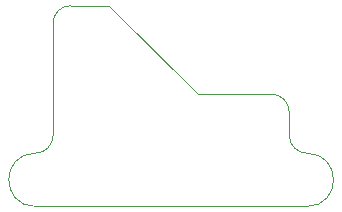
<source format=gm1>
G04 #@! TF.GenerationSoftware,KiCad,Pcbnew,(6.0.9)*
G04 #@! TF.CreationDate,2023-04-01T11:22:45+09:00*
G04 #@! TF.ProjectId,MainBoard,4d61696e-426f-4617-9264-2e6b69636164,rev?*
G04 #@! TF.SameCoordinates,Original*
G04 #@! TF.FileFunction,Profile,NP*
%FSLAX46Y46*%
G04 Gerber Fmt 4.6, Leading zero omitted, Abs format (unit mm)*
G04 Created by KiCad (PCBNEW (6.0.9)) date 2023-04-01 11:22:45*
%MOMM*%
%LPD*%
G01*
G04 APERTURE LIST*
G04 #@! TA.AperFunction,Profile*
%ADD10C,0.100000*%
G04 #@! TD*
G04 APERTURE END LIST*
D10*
X157040610Y-109470490D02*
G75*
G03*
X155540600Y-107970490I-1500010J-10D01*
G01*
X155540600Y-107970490D02*
X149290600Y-107970490D01*
X137040600Y-111470490D02*
X137040600Y-101970490D01*
X149290600Y-107970490D02*
X141790600Y-100470490D01*
X135540600Y-117470490D02*
X158540600Y-117470490D01*
X135540600Y-112970510D02*
G75*
G03*
X135540600Y-117470490I0J-2249990D01*
G01*
X138540600Y-100470490D02*
X141790600Y-100470490D01*
X157040600Y-109470490D02*
X157040600Y-111470490D01*
X158540600Y-117470510D02*
G75*
G03*
X158540600Y-112970490I0J2250010D01*
G01*
X138540600Y-100470500D02*
G75*
G03*
X137040600Y-101970490I0J-1500000D01*
G01*
X135540600Y-112970500D02*
G75*
G03*
X137040600Y-111470490I0J1500000D01*
G01*
X157040610Y-111470490D02*
G75*
G03*
X158540600Y-112970490I1499990J-10D01*
G01*
M02*

</source>
